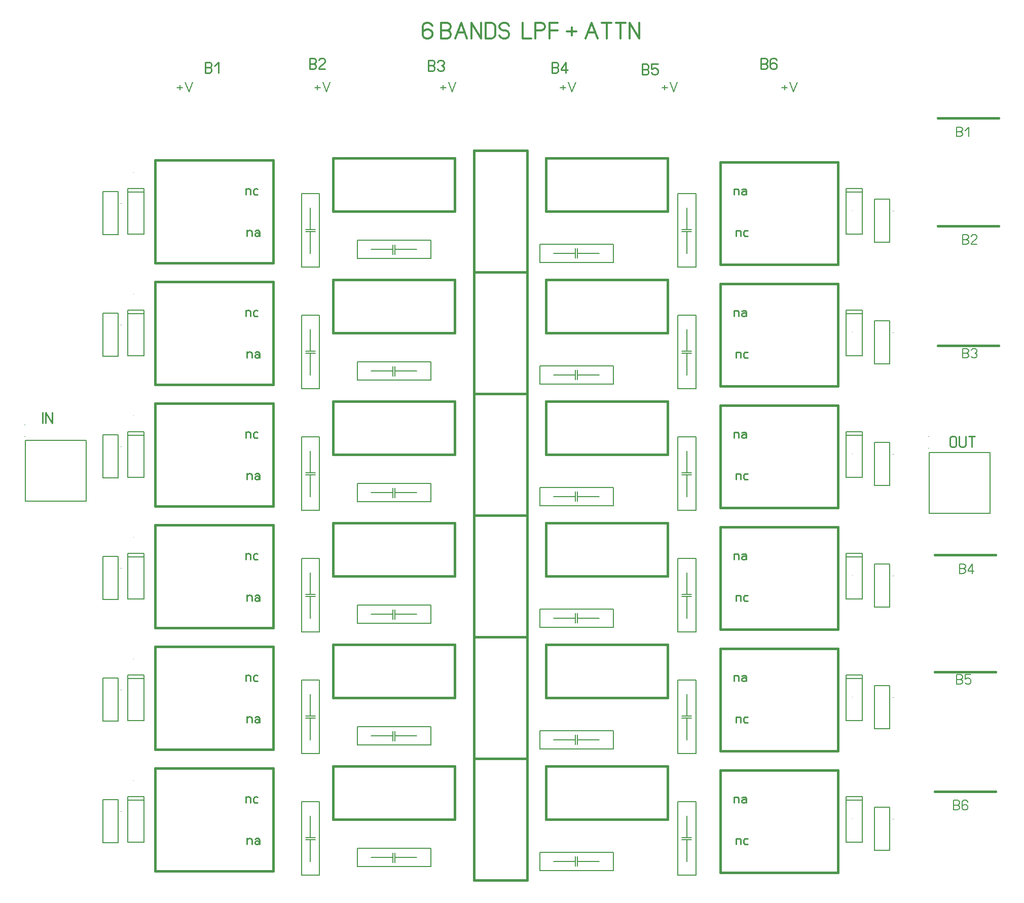
<source format=gbr>
%FSLAX34Y34*%
%MOMM*%
%LNSILK_TOP*%
G71*
G01*
%ADD10C,0.150*%
%ADD11C,0.400*%
%ADD12C,0.222*%
%ADD13C,0.167*%
%ADD14C,0.111*%
%ADD15C,0.144*%
%ADD16C,0.333*%
%ADD17C,0.200*%
%LPD*%
G54D10*
X-351850Y29450D02*
X-382050Y29450D01*
X-382050Y-92950D01*
X-351850Y-92950D01*
X-351850Y29450D01*
G54D10*
X-358950Y-30350D02*
X-374950Y-30350D01*
G54D10*
X-358950Y-33550D02*
X-374950Y-33550D01*
G54D10*
X-366950Y6150D02*
X-366950Y-30350D01*
G54D10*
X-366950Y-33550D02*
X-366950Y-70050D01*
G54D11*
X-328850Y0D02*
X-328850Y88900D01*
X-125650Y88900D01*
X-125650Y0D01*
X-328850Y0D01*
G54D10*
X-166050Y-78600D02*
X-166050Y-48400D01*
X-288450Y-48400D01*
X-288450Y-78600D01*
X-166050Y-78600D01*
G54D10*
X-225850Y-71500D02*
X-225850Y-55500D01*
G54D10*
X-229050Y-71500D02*
X-229050Y-55500D01*
G54D10*
X-189350Y-63500D02*
X-225850Y-63500D01*
G54D10*
X-229050Y-63500D02*
X-265550Y-63500D01*
G54D11*
X-93900Y101600D02*
X-5000Y101600D01*
X-5000Y-101600D01*
X-93900Y-101600D01*
X-93900Y101600D01*
G54D10*
X138750Y-84950D02*
X138750Y-54750D01*
X16350Y-54750D01*
X16350Y-84950D01*
X138750Y-84950D01*
G54D10*
X78950Y-77850D02*
X78950Y-61850D01*
G54D10*
X75750Y-77850D02*
X75750Y-61850D01*
G54D10*
X115450Y-69850D02*
X78950Y-69850D01*
G54D10*
X75750Y-69850D02*
X39250Y-69850D01*
G54D11*
X26750Y0D02*
X26750Y88900D01*
X229950Y88900D01*
X229950Y0D01*
X26750Y0D01*
G54D10*
X276800Y29450D02*
X246600Y29450D01*
X246600Y-92950D01*
X276800Y-92950D01*
X276800Y29450D01*
G54D10*
X269700Y-30350D02*
X253700Y-30350D01*
G54D10*
X269700Y-33550D02*
X253700Y-33550D01*
G54D10*
X261700Y6150D02*
X261700Y-30350D01*
G54D10*
X261700Y-33550D02*
X261700Y-70050D01*
G54D11*
X-626178Y85419D02*
X-429328Y85419D01*
X-429328Y-86031D01*
X-626178Y-86031D01*
X-626178Y85419D01*
G54D12*
X-475024Y28048D02*
X-475024Y38048D01*
G54D12*
X-475024Y35826D02*
X-473690Y37382D01*
X-471024Y38048D01*
X-468357Y37382D01*
X-467024Y35826D01*
X-467023Y28048D01*
G54D12*
X-455468Y37382D02*
X-458134Y38048D01*
X-460801Y37382D01*
X-462134Y35159D01*
X-462134Y30715D01*
X-460801Y28493D01*
X-458134Y28048D01*
X-455468Y28493D01*
G54D12*
X-472829Y-41446D02*
X-472829Y-31446D01*
G54D12*
X-472829Y-33668D02*
X-471496Y-32113D01*
X-468829Y-31446D01*
X-466162Y-32113D01*
X-464829Y-33668D01*
X-464829Y-41446D01*
G54D12*
X-459940Y-32557D02*
X-457273Y-31446D01*
X-454074Y-31446D01*
X-451940Y-33668D01*
X-451940Y-41446D01*
G54D12*
X-451940Y-38113D02*
X-453273Y-35890D01*
X-455940Y-35446D01*
X-458607Y-35890D01*
X-459940Y-38113D01*
X-459407Y-40335D01*
X-457274Y-41446D01*
X-455940Y-41446D01*
X-455407Y-41446D01*
X-453273Y-40335D01*
X-451940Y-38113D01*
G54D11*
X514438Y-89118D02*
X317588Y-89118D01*
X317588Y82332D01*
X514438Y82332D01*
X514438Y-89118D01*
G54D12*
X343772Y-41729D02*
X343772Y-31729D01*
G54D12*
X343772Y-33951D02*
X345105Y-32396D01*
X347772Y-31729D01*
X350438Y-32396D01*
X351772Y-33951D01*
X351772Y-41729D01*
G54D12*
X363327Y-32396D02*
X360661Y-31729D01*
X357994Y-32396D01*
X356661Y-34618D01*
X356660Y-39062D01*
X357994Y-41285D01*
X360661Y-41729D01*
X363327Y-41284D01*
G54D12*
X340200Y27747D02*
X340200Y37747D01*
G54D12*
X340200Y35524D02*
X341533Y37080D01*
X344200Y37747D01*
X346867Y37080D01*
X348200Y35524D01*
X348200Y27747D01*
G54D12*
X353089Y36636D02*
X355756Y37747D01*
X358956Y37747D01*
X361089Y35524D01*
X361089Y27747D01*
G54D12*
X361089Y31080D02*
X359756Y33302D01*
X357089Y33747D01*
X354422Y33302D01*
X353089Y31080D01*
X353622Y28858D01*
X355756Y27747D01*
X357089Y27747D01*
X357622Y27747D01*
X359756Y28858D01*
X361089Y31080D01*
G54D10*
X-713675Y-38703D02*
X-688275Y-38704D01*
X-688275Y32897D01*
X-713675Y32896D01*
X-713675Y-38703D01*
G54D13*
X-682884Y13952D02*
X-682884Y13952D01*
G54D10*
X-645027Y-37820D02*
X-672427Y-37820D01*
X-672427Y38380D01*
X-645027Y38380D01*
X-645027Y-37820D01*
G54D10*
X-672427Y32080D02*
X-645027Y32080D01*
G54D14*
X-662482Y65297D02*
X-662482Y65297D01*
G54D10*
X575375Y-51403D02*
X600775Y-51404D01*
X600775Y20197D01*
X575375Y20196D01*
X575375Y-51403D01*
G54D13*
X606166Y1252D02*
X606166Y1252D01*
G54D10*
X555123Y-37820D02*
X527723Y-37820D01*
X527723Y38380D01*
X555123Y38380D01*
X555123Y-37820D01*
G54D10*
X527723Y32080D02*
X555123Y32080D01*
G54D14*
X537668Y1797D02*
X537668Y1797D01*
G54D10*
X-351850Y-173750D02*
X-382050Y-173750D01*
X-382050Y-296150D01*
X-351850Y-296150D01*
X-351850Y-173750D01*
G54D10*
X-358950Y-233550D02*
X-374950Y-233550D01*
G54D10*
X-358950Y-236750D02*
X-374950Y-236750D01*
G54D10*
X-366950Y-197050D02*
X-366950Y-233550D01*
G54D10*
X-366950Y-236750D02*
X-366950Y-273250D01*
G54D11*
X-328850Y-203200D02*
X-328850Y-114300D01*
X-125650Y-114300D01*
X-125650Y-203200D01*
X-328850Y-203200D01*
G54D10*
X-166050Y-281800D02*
X-166050Y-251600D01*
X-288450Y-251600D01*
X-288450Y-281800D01*
X-166050Y-281800D01*
G54D10*
X-225850Y-274700D02*
X-225850Y-258700D01*
G54D10*
X-229050Y-274700D02*
X-229050Y-258700D01*
G54D10*
X-189350Y-266700D02*
X-225850Y-266700D01*
G54D10*
X-229050Y-266700D02*
X-265550Y-266700D01*
G54D11*
X-93900Y-101600D02*
X-5000Y-101600D01*
X-5000Y-304800D01*
X-93900Y-304800D01*
X-93900Y-101600D01*
G54D10*
X138750Y-288150D02*
X138750Y-257950D01*
X16350Y-257950D01*
X16350Y-288150D01*
X138750Y-288150D01*
G54D10*
X78950Y-281050D02*
X78950Y-265050D01*
G54D10*
X75750Y-281050D02*
X75750Y-265050D01*
G54D10*
X115450Y-273050D02*
X78950Y-273050D01*
G54D10*
X75750Y-273050D02*
X39250Y-273050D01*
G54D11*
X26750Y-203200D02*
X26750Y-114300D01*
X229950Y-114300D01*
X229950Y-203200D01*
X26750Y-203200D01*
G54D10*
X276800Y-173750D02*
X246600Y-173750D01*
X246600Y-296150D01*
X276800Y-296150D01*
X276800Y-173750D01*
G54D10*
X269700Y-233550D02*
X253700Y-233550D01*
G54D10*
X269700Y-236750D02*
X253700Y-236750D01*
G54D10*
X261700Y-197050D02*
X261700Y-233550D01*
G54D10*
X261700Y-236750D02*
X261700Y-273250D01*
G54D11*
X-626178Y-117781D02*
X-429328Y-117781D01*
X-429328Y-289231D01*
X-626178Y-289231D01*
X-626178Y-117781D01*
G54D12*
X-475024Y-175152D02*
X-475024Y-165152D01*
G54D12*
X-475024Y-167374D02*
X-473690Y-165818D01*
X-471024Y-165152D01*
X-468357Y-165818D01*
X-467024Y-167374D01*
X-467023Y-175152D01*
G54D12*
X-455468Y-165818D02*
X-458134Y-165152D01*
X-460801Y-165818D01*
X-462134Y-168041D01*
X-462134Y-172485D01*
X-460801Y-174707D01*
X-458134Y-175152D01*
X-455468Y-174707D01*
G54D12*
X-472829Y-244646D02*
X-472829Y-234646D01*
G54D12*
X-472829Y-236868D02*
X-471496Y-235313D01*
X-468829Y-234646D01*
X-466162Y-235313D01*
X-464829Y-236868D01*
X-464829Y-244646D01*
G54D12*
X-459940Y-235757D02*
X-457273Y-234646D01*
X-454074Y-234646D01*
X-451940Y-236868D01*
X-451940Y-244646D01*
G54D12*
X-451940Y-241313D02*
X-453273Y-239090D01*
X-455940Y-238646D01*
X-458607Y-239090D01*
X-459940Y-241313D01*
X-459407Y-243535D01*
X-457274Y-244646D01*
X-455940Y-244646D01*
X-455407Y-244646D01*
X-453273Y-243535D01*
X-451940Y-241313D01*
G54D11*
X514438Y-292318D02*
X317588Y-292318D01*
X317588Y-120868D01*
X514438Y-120868D01*
X514438Y-292318D01*
G54D12*
X343772Y-244929D02*
X343772Y-234929D01*
G54D12*
X343772Y-237151D02*
X345105Y-235596D01*
X347772Y-234929D01*
X350438Y-235596D01*
X351772Y-237151D01*
X351772Y-244929D01*
G54D12*
X363327Y-235596D02*
X360661Y-234929D01*
X357994Y-235596D01*
X356661Y-237818D01*
X356660Y-242262D01*
X357994Y-244485D01*
X360661Y-244929D01*
X363327Y-244484D01*
G54D12*
X340200Y-175453D02*
X340200Y-165453D01*
G54D12*
X340200Y-167676D02*
X341533Y-166120D01*
X344200Y-165453D01*
X346867Y-166120D01*
X348200Y-167676D01*
X348200Y-175453D01*
G54D12*
X353089Y-166564D02*
X355756Y-165453D01*
X358956Y-165453D01*
X361089Y-167676D01*
X361089Y-175453D01*
G54D12*
X361089Y-172120D02*
X359756Y-169898D01*
X357089Y-169453D01*
X354422Y-169898D01*
X353089Y-172120D01*
X353622Y-174342D01*
X355756Y-175453D01*
X357089Y-175453D01*
X357622Y-175453D01*
X359756Y-174342D01*
X361089Y-172120D01*
G54D10*
X-713675Y-241903D02*
X-688275Y-241904D01*
X-688275Y-170303D01*
X-713675Y-170304D01*
X-713675Y-241903D01*
G54D13*
X-682884Y-189248D02*
X-682884Y-189248D01*
G54D10*
X-645027Y-241020D02*
X-672427Y-241020D01*
X-672427Y-164820D01*
X-645027Y-164820D01*
X-645027Y-241020D01*
G54D10*
X-672427Y-171120D02*
X-645027Y-171120D01*
G54D14*
X-662482Y-137903D02*
X-662482Y-137903D01*
G54D10*
X575375Y-254603D02*
X600775Y-254604D01*
X600775Y-183003D01*
X575375Y-183004D01*
X575375Y-254603D01*
G54D13*
X606166Y-201948D02*
X606166Y-201948D01*
G54D10*
X555123Y-241020D02*
X527723Y-241020D01*
X527723Y-164820D01*
X555123Y-164820D01*
X555123Y-241020D01*
G54D10*
X527723Y-171120D02*
X555123Y-171120D01*
G54D14*
X537668Y-201403D02*
X537668Y-201403D01*
G54D10*
X-351850Y-376950D02*
X-382050Y-376950D01*
X-382050Y-499350D01*
X-351850Y-499350D01*
X-351850Y-376950D01*
G54D10*
X-358950Y-436750D02*
X-374950Y-436750D01*
G54D10*
X-358950Y-439950D02*
X-374950Y-439950D01*
G54D10*
X-366950Y-400250D02*
X-366950Y-436750D01*
G54D10*
X-366950Y-439950D02*
X-366950Y-476450D01*
G54D11*
X-328850Y-406400D02*
X-328850Y-317500D01*
X-125650Y-317500D01*
X-125650Y-406400D01*
X-328850Y-406400D01*
G54D10*
X-166050Y-485000D02*
X-166050Y-454800D01*
X-288450Y-454800D01*
X-288450Y-485000D01*
X-166050Y-485000D01*
G54D10*
X-225850Y-477900D02*
X-225850Y-461900D01*
G54D10*
X-229050Y-477900D02*
X-229050Y-461900D01*
G54D10*
X-189350Y-469900D02*
X-225850Y-469900D01*
G54D10*
X-229050Y-469900D02*
X-265550Y-469900D01*
G54D11*
X-93900Y-304800D02*
X-5000Y-304800D01*
X-5000Y-508000D01*
X-93900Y-508000D01*
X-93900Y-304800D01*
G54D10*
X138750Y-491350D02*
X138750Y-461150D01*
X16350Y-461150D01*
X16350Y-491350D01*
X138750Y-491350D01*
G54D10*
X78950Y-484250D02*
X78950Y-468250D01*
G54D10*
X75750Y-484250D02*
X75750Y-468250D01*
G54D10*
X115450Y-476250D02*
X78950Y-476250D01*
G54D10*
X75750Y-476250D02*
X39250Y-476250D01*
G54D11*
X26750Y-406400D02*
X26750Y-317500D01*
X229950Y-317500D01*
X229950Y-406400D01*
X26750Y-406400D01*
G54D10*
X276800Y-376950D02*
X246600Y-376950D01*
X246600Y-499350D01*
X276800Y-499350D01*
X276800Y-376950D01*
G54D10*
X269700Y-436750D02*
X253700Y-436750D01*
G54D10*
X269700Y-439950D02*
X253700Y-439950D01*
G54D10*
X261700Y-400250D02*
X261700Y-436750D01*
G54D10*
X261700Y-439950D02*
X261700Y-476450D01*
G54D11*
X-626178Y-320981D02*
X-429328Y-320981D01*
X-429328Y-492431D01*
X-626178Y-492431D01*
X-626178Y-320981D01*
G54D12*
X-475024Y-378352D02*
X-475024Y-368352D01*
G54D12*
X-475024Y-370574D02*
X-473690Y-369018D01*
X-471024Y-368352D01*
X-468357Y-369018D01*
X-467024Y-370574D01*
X-467023Y-378352D01*
G54D12*
X-455468Y-369018D02*
X-458134Y-368352D01*
X-460801Y-369018D01*
X-462134Y-371240D01*
X-462134Y-375685D01*
X-460801Y-377908D01*
X-458134Y-378352D01*
X-455468Y-377907D01*
G54D12*
X-472829Y-447846D02*
X-472829Y-437846D01*
G54D12*
X-472829Y-440068D02*
X-471496Y-438513D01*
X-468829Y-437846D01*
X-466162Y-438513D01*
X-464829Y-440068D01*
X-464829Y-447846D01*
G54D12*
X-459940Y-438957D02*
X-457273Y-437846D01*
X-454074Y-437846D01*
X-451940Y-440068D01*
X-451940Y-447846D01*
G54D12*
X-451940Y-444513D02*
X-453273Y-442290D01*
X-455940Y-441846D01*
X-458607Y-442290D01*
X-459940Y-444512D01*
X-459407Y-446735D01*
X-457274Y-447846D01*
X-455940Y-447846D01*
X-455407Y-447846D01*
X-453273Y-446735D01*
X-451940Y-444513D01*
G54D11*
X514438Y-495518D02*
X317588Y-495518D01*
X317588Y-324068D01*
X514438Y-324068D01*
X514438Y-495518D01*
G54D12*
X343772Y-448129D02*
X343772Y-438129D01*
G54D12*
X343772Y-440351D02*
X345105Y-438796D01*
X347772Y-438129D01*
X350438Y-438796D01*
X351772Y-440351D01*
X351772Y-448129D01*
G54D12*
X363327Y-438796D02*
X360661Y-438129D01*
X357994Y-438796D01*
X356661Y-441018D01*
X356660Y-445462D01*
X357994Y-447685D01*
X360661Y-448129D01*
X363327Y-447684D01*
G54D12*
X340200Y-378653D02*
X340200Y-368653D01*
G54D12*
X340200Y-370876D02*
X341533Y-369320D01*
X344200Y-368653D01*
X346867Y-369320D01*
X348200Y-370876D01*
X348200Y-378653D01*
G54D12*
X353089Y-369764D02*
X355756Y-368654D01*
X358956Y-368653D01*
X361089Y-370876D01*
X361089Y-378654D01*
G54D12*
X361089Y-375320D02*
X359756Y-373098D01*
X357089Y-372653D01*
X354422Y-373098D01*
X353089Y-375320D01*
X353622Y-377542D01*
X355756Y-378653D01*
X357089Y-378653D01*
X357622Y-378653D01*
X359756Y-377542D01*
X361089Y-375320D01*
G54D10*
X-713675Y-445104D02*
X-688275Y-445104D01*
X-688275Y-373504D01*
X-713675Y-373504D01*
X-713675Y-445104D01*
G54D13*
X-682884Y-392448D02*
X-682884Y-392448D01*
G54D10*
X-645027Y-444220D02*
X-672427Y-444220D01*
X-672427Y-368020D01*
X-645027Y-368020D01*
X-645027Y-444220D01*
G54D10*
X-672427Y-374320D02*
X-645027Y-374320D01*
G54D14*
X-662482Y-341103D02*
X-662482Y-341103D01*
G54D10*
X575375Y-457804D02*
X600775Y-457804D01*
X600775Y-386204D01*
X575375Y-386204D01*
X575375Y-457804D01*
G54D13*
X606166Y-405148D02*
X606166Y-405148D01*
G54D10*
X555123Y-444220D02*
X527723Y-444220D01*
X527723Y-368020D01*
X555123Y-368020D01*
X555123Y-444220D01*
G54D10*
X527723Y-374320D02*
X555123Y-374320D01*
G54D14*
X537668Y-404604D02*
X537668Y-404604D01*
G54D10*
X-351850Y-580150D02*
X-382050Y-580150D01*
X-382050Y-702550D01*
X-351850Y-702550D01*
X-351850Y-580150D01*
G54D10*
X-358950Y-639950D02*
X-374950Y-639950D01*
G54D10*
X-358950Y-643150D02*
X-374950Y-643150D01*
G54D10*
X-366950Y-603450D02*
X-366950Y-639950D01*
G54D10*
X-366950Y-643150D02*
X-366950Y-679650D01*
G54D11*
X-328850Y-609600D02*
X-328850Y-520700D01*
X-125650Y-520700D01*
X-125650Y-609600D01*
X-328850Y-609600D01*
G54D10*
X-166050Y-688200D02*
X-166050Y-658000D01*
X-288450Y-658000D01*
X-288450Y-688200D01*
X-166050Y-688200D01*
G54D10*
X-225850Y-681100D02*
X-225850Y-665100D01*
G54D10*
X-229050Y-681100D02*
X-229050Y-665100D01*
G54D10*
X-189350Y-673100D02*
X-225850Y-673100D01*
G54D10*
X-229050Y-673100D02*
X-265550Y-673100D01*
G54D11*
X-93900Y-508000D02*
X-5000Y-508000D01*
X-5000Y-711200D01*
X-93900Y-711200D01*
X-93900Y-508000D01*
G54D10*
X138750Y-694550D02*
X138750Y-664350D01*
X16350Y-664350D01*
X16350Y-694550D01*
X138750Y-694550D01*
G54D10*
X78950Y-687450D02*
X78950Y-671450D01*
G54D10*
X75750Y-687450D02*
X75750Y-671450D01*
G54D10*
X115450Y-679450D02*
X78950Y-679450D01*
G54D10*
X75750Y-679450D02*
X39250Y-679450D01*
G54D11*
X26750Y-609600D02*
X26750Y-520700D01*
X229950Y-520700D01*
X229950Y-609600D01*
X26750Y-609600D01*
G54D10*
X276800Y-580150D02*
X246600Y-580150D01*
X246600Y-702550D01*
X276800Y-702550D01*
X276800Y-580150D01*
G54D10*
X269700Y-639950D02*
X253700Y-639950D01*
G54D10*
X269700Y-643150D02*
X253700Y-643150D01*
G54D10*
X261700Y-603450D02*
X261700Y-639950D01*
G54D10*
X261700Y-643150D02*
X261700Y-679650D01*
G54D11*
X-626178Y-524181D02*
X-429328Y-524181D01*
X-429328Y-695631D01*
X-626178Y-695631D01*
X-626178Y-524181D01*
G54D12*
X-475024Y-581552D02*
X-475024Y-571552D01*
G54D12*
X-475024Y-573774D02*
X-473690Y-572218D01*
X-471024Y-571552D01*
X-468357Y-572218D01*
X-467024Y-573774D01*
X-467023Y-581552D01*
G54D12*
X-455468Y-572218D02*
X-458134Y-571552D01*
X-460801Y-572218D01*
X-462134Y-574440D01*
X-462134Y-578885D01*
X-460801Y-581108D01*
X-458134Y-581552D01*
X-455468Y-581107D01*
G54D12*
X-472829Y-651046D02*
X-472829Y-641046D01*
G54D12*
X-472829Y-643268D02*
X-471496Y-641713D01*
X-468829Y-641046D01*
X-466162Y-641713D01*
X-464829Y-643268D01*
X-464829Y-651046D01*
G54D12*
X-459940Y-642157D02*
X-457273Y-641046D01*
X-454074Y-641046D01*
X-451940Y-643268D01*
X-451940Y-651046D01*
G54D12*
X-451940Y-647713D02*
X-453273Y-645490D01*
X-455940Y-645046D01*
X-458607Y-645490D01*
X-459940Y-647712D01*
X-459407Y-649935D01*
X-457274Y-651046D01*
X-455940Y-651046D01*
X-455407Y-651046D01*
X-453273Y-649935D01*
X-451940Y-647713D01*
G54D11*
X514438Y-698718D02*
X317588Y-698718D01*
X317588Y-527268D01*
X514438Y-527268D01*
X514438Y-698718D01*
G54D12*
X343772Y-651329D02*
X343772Y-641329D01*
G54D12*
X343772Y-643551D02*
X345105Y-641996D01*
X347772Y-641329D01*
X350438Y-641996D01*
X351772Y-643551D01*
X351772Y-651329D01*
G54D12*
X363327Y-641996D02*
X360661Y-641329D01*
X357994Y-641996D01*
X356661Y-644218D01*
X356660Y-648662D01*
X357994Y-650885D01*
X360661Y-651329D01*
X363327Y-650884D01*
G54D12*
X340200Y-581853D02*
X340200Y-571853D01*
G54D12*
X340200Y-574076D02*
X341533Y-572520D01*
X344200Y-571853D01*
X346867Y-572520D01*
X348200Y-574076D01*
X348200Y-581853D01*
G54D12*
X353089Y-572964D02*
X355756Y-571854D01*
X358956Y-571853D01*
X361089Y-574076D01*
X361089Y-581854D01*
G54D12*
X361089Y-578520D02*
X359756Y-576298D01*
X357089Y-575853D01*
X354422Y-576298D01*
X353089Y-578520D01*
X353622Y-580742D01*
X355756Y-581853D01*
X357089Y-581853D01*
X357622Y-581853D01*
X359756Y-580742D01*
X361089Y-578520D01*
G54D10*
X-713675Y-648304D02*
X-688275Y-648304D01*
X-688275Y-576704D01*
X-713675Y-576704D01*
X-713675Y-648304D01*
G54D13*
X-682884Y-595648D02*
X-682884Y-595648D01*
G54D10*
X-645027Y-647420D02*
X-672427Y-647420D01*
X-672427Y-571220D01*
X-645027Y-571220D01*
X-645027Y-647420D01*
G54D10*
X-672427Y-577520D02*
X-645027Y-577520D01*
G54D14*
X-662482Y-544304D02*
X-662482Y-544304D01*
G54D10*
X575375Y-661004D02*
X600775Y-661004D01*
X600775Y-589404D01*
X575375Y-589404D01*
X575375Y-661004D01*
G54D13*
X606166Y-608348D02*
X606166Y-608348D01*
G54D10*
X555123Y-647420D02*
X527723Y-647420D01*
X527723Y-571220D01*
X555123Y-571220D01*
X555123Y-647420D01*
G54D10*
X527723Y-577520D02*
X555123Y-577520D01*
G54D14*
X537668Y-607804D02*
X537668Y-607804D01*
G54D10*
X-351850Y-783350D02*
X-382050Y-783350D01*
X-382050Y-905750D01*
X-351850Y-905750D01*
X-351850Y-783350D01*
G54D10*
X-358950Y-843150D02*
X-374950Y-843150D01*
G54D10*
X-358950Y-846350D02*
X-374950Y-846350D01*
G54D10*
X-366950Y-806650D02*
X-366950Y-843150D01*
G54D10*
X-366950Y-846350D02*
X-366950Y-882850D01*
G54D11*
X-328850Y-812800D02*
X-328850Y-723900D01*
X-125650Y-723900D01*
X-125650Y-812800D01*
X-328850Y-812800D01*
G54D10*
X-166050Y-891400D02*
X-166050Y-861200D01*
X-288450Y-861200D01*
X-288450Y-891400D01*
X-166050Y-891400D01*
G54D10*
X-225850Y-884300D02*
X-225850Y-868300D01*
G54D10*
X-229050Y-884300D02*
X-229050Y-868300D01*
G54D10*
X-189350Y-876300D02*
X-225850Y-876300D01*
G54D10*
X-229050Y-876300D02*
X-265550Y-876300D01*
G54D11*
X-93900Y-711200D02*
X-5000Y-711200D01*
X-5000Y-914400D01*
X-93900Y-914400D01*
X-93900Y-711200D01*
G54D10*
X138750Y-897750D02*
X138750Y-867550D01*
X16350Y-867550D01*
X16350Y-897750D01*
X138750Y-897750D01*
G54D10*
X78950Y-890650D02*
X78950Y-874650D01*
G54D10*
X75750Y-890650D02*
X75750Y-874650D01*
G54D10*
X115450Y-882650D02*
X78950Y-882650D01*
G54D10*
X75750Y-882650D02*
X39250Y-882650D01*
G54D11*
X26750Y-812800D02*
X26750Y-723900D01*
X229950Y-723900D01*
X229950Y-812800D01*
X26750Y-812800D01*
G54D10*
X276800Y-783350D02*
X246600Y-783350D01*
X246600Y-905750D01*
X276800Y-905750D01*
X276800Y-783350D01*
G54D10*
X269700Y-843150D02*
X253700Y-843150D01*
G54D10*
X269700Y-846350D02*
X253700Y-846350D01*
G54D10*
X261700Y-806650D02*
X261700Y-843150D01*
G54D10*
X261700Y-846350D02*
X261700Y-882850D01*
G54D11*
X-626178Y-727381D02*
X-429328Y-727381D01*
X-429328Y-898831D01*
X-626178Y-898831D01*
X-626178Y-727381D01*
G54D12*
X-475024Y-784752D02*
X-475024Y-774752D01*
G54D12*
X-475024Y-776974D02*
X-473690Y-775418D01*
X-471024Y-774752D01*
X-468357Y-775418D01*
X-467024Y-776974D01*
X-467023Y-784752D01*
G54D12*
X-455468Y-775418D02*
X-458134Y-774752D01*
X-460801Y-775418D01*
X-462134Y-777640D01*
X-462134Y-782085D01*
X-460801Y-784308D01*
X-458134Y-784752D01*
X-455468Y-784307D01*
G54D12*
X-472829Y-854246D02*
X-472829Y-844246D01*
G54D12*
X-472829Y-846468D02*
X-471496Y-844913D01*
X-468829Y-844246D01*
X-466162Y-844913D01*
X-464829Y-846468D01*
X-464829Y-854246D01*
G54D12*
X-459940Y-845357D02*
X-457273Y-844246D01*
X-454074Y-844246D01*
X-451940Y-846468D01*
X-451940Y-854246D01*
G54D12*
X-451940Y-850913D02*
X-453273Y-848690D01*
X-455940Y-848246D01*
X-458607Y-848690D01*
X-459940Y-850912D01*
X-459407Y-853135D01*
X-457274Y-854246D01*
X-455940Y-854246D01*
X-455407Y-854246D01*
X-453273Y-853135D01*
X-451940Y-850913D01*
G54D11*
X514438Y-901918D02*
X317588Y-901918D01*
X317588Y-730468D01*
X514438Y-730468D01*
X514438Y-901918D01*
G54D12*
X343772Y-854529D02*
X343772Y-844529D01*
G54D12*
X343772Y-846751D02*
X345105Y-845196D01*
X347772Y-844529D01*
X350438Y-845196D01*
X351772Y-846751D01*
X351772Y-854529D01*
G54D12*
X363327Y-845196D02*
X360661Y-844529D01*
X357994Y-845196D01*
X356661Y-847418D01*
X356660Y-851862D01*
X357994Y-854085D01*
X360661Y-854529D01*
X363327Y-854084D01*
G54D12*
X340200Y-785053D02*
X340200Y-775053D01*
G54D12*
X340200Y-777276D02*
X341533Y-775720D01*
X344200Y-775053D01*
X346867Y-775720D01*
X348200Y-777276D01*
X348200Y-785053D01*
G54D12*
X353089Y-776164D02*
X355756Y-775054D01*
X358956Y-775053D01*
X361089Y-777276D01*
X361089Y-785054D01*
G54D12*
X361089Y-781720D02*
X359756Y-779498D01*
X357089Y-779053D01*
X354422Y-779498D01*
X353089Y-781720D01*
X353622Y-783942D01*
X355756Y-785053D01*
X357089Y-785053D01*
X357622Y-785053D01*
X359756Y-783942D01*
X361089Y-781720D01*
G54D10*
X-713675Y-851504D02*
X-688275Y-851504D01*
X-688275Y-779904D01*
X-713675Y-779904D01*
X-713675Y-851504D01*
G54D13*
X-682884Y-798848D02*
X-682884Y-798848D01*
G54D10*
X-645027Y-850620D02*
X-672427Y-850620D01*
X-672427Y-774420D01*
X-645027Y-774420D01*
X-645027Y-850620D01*
G54D10*
X-672427Y-780720D02*
X-645027Y-780720D01*
G54D14*
X-662482Y-747504D02*
X-662482Y-747504D01*
G54D10*
X575375Y-864204D02*
X600775Y-864204D01*
X600775Y-792604D01*
X575375Y-792604D01*
X575375Y-864204D01*
G54D13*
X606166Y-811548D02*
X606166Y-811548D01*
G54D10*
X555123Y-850620D02*
X527723Y-850620D01*
X527723Y-774420D01*
X555123Y-774420D01*
X555123Y-850620D01*
G54D10*
X527723Y-780720D02*
X555123Y-780720D01*
G54D14*
X537668Y-811004D02*
X537668Y-811004D01*
G54D10*
X-351850Y-986550D02*
X-382050Y-986550D01*
X-382050Y-1108950D01*
X-351850Y-1108950D01*
X-351850Y-986550D01*
G54D10*
X-358950Y-1046350D02*
X-374950Y-1046350D01*
G54D10*
X-358950Y-1049550D02*
X-374950Y-1049550D01*
G54D10*
X-366950Y-1009850D02*
X-366950Y-1046350D01*
G54D10*
X-366950Y-1049550D02*
X-366950Y-1086050D01*
G54D11*
X-328850Y-1016000D02*
X-328850Y-927100D01*
X-125650Y-927100D01*
X-125650Y-1016000D01*
X-328850Y-1016000D01*
G54D10*
X-166050Y-1094600D02*
X-166050Y-1064400D01*
X-288450Y-1064400D01*
X-288450Y-1094600D01*
X-166050Y-1094600D01*
G54D10*
X-225850Y-1087500D02*
X-225850Y-1071500D01*
G54D10*
X-229050Y-1087500D02*
X-229050Y-1071500D01*
G54D10*
X-189350Y-1079500D02*
X-225850Y-1079500D01*
G54D10*
X-229050Y-1079500D02*
X-265550Y-1079500D01*
G54D11*
X-93900Y-914400D02*
X-5000Y-914400D01*
X-5000Y-1117600D01*
X-93900Y-1117600D01*
X-93900Y-914400D01*
G54D10*
X138750Y-1100950D02*
X138750Y-1070750D01*
X16350Y-1070750D01*
X16350Y-1100950D01*
X138750Y-1100950D01*
G54D10*
X78950Y-1093850D02*
X78950Y-1077850D01*
G54D10*
X75750Y-1093850D02*
X75750Y-1077850D01*
G54D10*
X115450Y-1085850D02*
X78950Y-1085850D01*
G54D10*
X75750Y-1085850D02*
X39250Y-1085850D01*
G54D11*
X26750Y-1016000D02*
X26750Y-927100D01*
X229950Y-927100D01*
X229950Y-1016000D01*
X26750Y-1016000D01*
G54D10*
X276800Y-986550D02*
X246600Y-986550D01*
X246600Y-1108950D01*
X276800Y-1108950D01*
X276800Y-986550D01*
G54D10*
X269700Y-1046350D02*
X253700Y-1046350D01*
G54D10*
X269700Y-1049550D02*
X253700Y-1049550D01*
G54D10*
X261700Y-1009850D02*
X261700Y-1046350D01*
G54D10*
X261700Y-1049550D02*
X261700Y-1086050D01*
G54D11*
X-626178Y-930581D02*
X-429328Y-930581D01*
X-429328Y-1102031D01*
X-626178Y-1102031D01*
X-626178Y-930581D01*
G54D12*
X-475024Y-987952D02*
X-475024Y-977952D01*
G54D12*
X-475024Y-980174D02*
X-473690Y-978618D01*
X-471024Y-977952D01*
X-468357Y-978618D01*
X-467024Y-980174D01*
X-467023Y-987952D01*
G54D12*
X-455468Y-978618D02*
X-458134Y-977952D01*
X-460801Y-978618D01*
X-462134Y-980840D01*
X-462134Y-985285D01*
X-460801Y-987508D01*
X-458134Y-987952D01*
X-455468Y-987507D01*
G54D12*
X-472829Y-1057446D02*
X-472829Y-1047446D01*
G54D12*
X-472829Y-1049668D02*
X-471496Y-1048113D01*
X-468829Y-1047446D01*
X-466162Y-1048113D01*
X-464829Y-1049668D01*
X-464829Y-1057446D01*
G54D12*
X-459940Y-1048557D02*
X-457273Y-1047446D01*
X-454074Y-1047446D01*
X-451940Y-1049668D01*
X-451940Y-1057446D01*
G54D12*
X-451940Y-1054113D02*
X-453273Y-1051890D01*
X-455940Y-1051446D01*
X-458607Y-1051890D01*
X-459940Y-1054112D01*
X-459407Y-1056335D01*
X-457274Y-1057446D01*
X-455940Y-1057446D01*
X-455407Y-1057446D01*
X-453273Y-1056335D01*
X-451940Y-1054113D01*
G54D11*
X514438Y-1105118D02*
X317588Y-1105118D01*
X317588Y-933668D01*
X514438Y-933668D01*
X514438Y-1105118D01*
G54D12*
X343772Y-1057729D02*
X343772Y-1047729D01*
G54D12*
X343772Y-1049951D02*
X345105Y-1048396D01*
X347772Y-1047729D01*
X350438Y-1048396D01*
X351772Y-1049951D01*
X351772Y-1057729D01*
G54D12*
X363327Y-1048396D02*
X360661Y-1047729D01*
X357994Y-1048396D01*
X356661Y-1050618D01*
X356660Y-1055062D01*
X357994Y-1057285D01*
X360661Y-1057729D01*
X363327Y-1057284D01*
G54D12*
X340200Y-988253D02*
X340200Y-978253D01*
G54D12*
X340200Y-980476D02*
X341533Y-978920D01*
X344200Y-978253D01*
X346867Y-978920D01*
X348200Y-980476D01*
X348200Y-988253D01*
G54D12*
X353089Y-979364D02*
X355756Y-978254D01*
X358956Y-978253D01*
X361089Y-980476D01*
X361089Y-988254D01*
G54D12*
X361089Y-984920D02*
X359756Y-982698D01*
X357089Y-982253D01*
X354422Y-982698D01*
X353089Y-984920D01*
X353622Y-987142D01*
X355756Y-988253D01*
X357089Y-988253D01*
X357622Y-988253D01*
X359756Y-987142D01*
X361089Y-984920D01*
G54D10*
X-713675Y-1054704D02*
X-688275Y-1054704D01*
X-688275Y-983104D01*
X-713675Y-983104D01*
X-713675Y-1054704D01*
G54D13*
X-682884Y-1002048D02*
X-682884Y-1002048D01*
G54D10*
X-645027Y-1053820D02*
X-672427Y-1053820D01*
X-672427Y-977620D01*
X-645027Y-977620D01*
X-645027Y-1053820D01*
G54D10*
X-672427Y-983920D02*
X-645027Y-983920D01*
G54D14*
X-662482Y-950704D02*
X-662482Y-950704D01*
G54D10*
X575375Y-1067404D02*
X600775Y-1067404D01*
X600775Y-995804D01*
X575375Y-995804D01*
X575375Y-1067404D01*
G54D13*
X606166Y-1014748D02*
X606166Y-1014748D01*
G54D10*
X555123Y-1053820D02*
X527723Y-1053820D01*
X527723Y-977620D01*
X555123Y-977620D01*
X555123Y-1053820D01*
G54D10*
X527723Y-983920D02*
X555123Y-983920D01*
G54D14*
X537668Y-1014204D02*
X537668Y-1014204D01*
G54D10*
X-843225Y-382612D02*
X-741625Y-382612D01*
X-741625Y-484212D01*
X-843225Y-484212D01*
X-843225Y-382612D01*
G54D15*
X-843975Y-355862D02*
X-843975Y-355862D01*
G54D15*
X-843975Y-375362D02*
X-843975Y-375362D01*
G54D12*
X-542845Y231650D02*
X-542845Y249428D01*
X-536178Y249428D01*
X-533512Y248317D01*
X-532178Y246094D01*
X-532178Y243872D01*
X-533512Y241650D01*
X-536178Y240539D01*
X-533512Y239428D01*
X-532178Y237206D01*
X-532178Y234983D01*
X-533512Y232761D01*
X-536178Y231650D01*
X-542845Y231650D01*
G54D12*
X-542845Y240539D02*
X-536178Y240539D01*
G54D12*
X-527289Y242761D02*
X-520622Y249428D01*
X-520622Y231650D01*
G54D12*
X-368538Y238000D02*
X-368538Y255778D01*
X-361871Y255778D01*
X-359204Y254667D01*
X-357871Y252444D01*
X-357871Y250222D01*
X-359204Y248000D01*
X-361871Y246889D01*
X-359204Y245778D01*
X-357871Y243556D01*
X-357871Y241333D01*
X-359204Y239111D01*
X-361871Y238000D01*
X-368538Y238000D01*
G54D12*
X-368538Y246889D02*
X-361871Y246889D01*
G54D12*
X-342315Y238000D02*
X-352982Y238000D01*
X-352982Y239111D01*
X-351648Y241333D01*
X-343648Y248000D01*
X-342315Y250222D01*
X-342315Y252444D01*
X-343648Y254667D01*
X-346315Y255778D01*
X-348982Y255778D01*
X-351648Y254667D01*
X-352982Y252444D01*
G54D12*
X-170100Y234825D02*
X-170100Y252603D01*
X-163433Y252603D01*
X-160767Y251492D01*
X-159433Y249270D01*
X-159433Y247047D01*
X-160767Y244825D01*
X-163433Y243714D01*
X-160767Y242603D01*
X-159433Y240380D01*
X-159433Y238158D01*
X-160767Y235936D01*
X-163433Y234825D01*
X-170100Y234825D01*
G54D12*
X-170100Y243714D02*
X-163433Y243714D01*
G54D12*
X-154544Y249270D02*
X-153211Y251492D01*
X-150544Y252603D01*
X-147877Y252603D01*
X-145211Y251492D01*
X-143877Y249270D01*
X-143877Y247047D01*
X-145211Y244825D01*
X-147877Y243714D01*
X-145211Y242603D01*
X-143877Y240380D01*
X-143877Y238158D01*
X-145211Y235936D01*
X-147877Y234825D01*
X-150544Y234825D01*
X-153211Y235936D01*
X-154544Y238158D01*
G54D12*
X36275Y231650D02*
X36275Y249428D01*
X42942Y249428D01*
X45608Y248317D01*
X46942Y246094D01*
X46942Y243872D01*
X45608Y241650D01*
X42942Y240539D01*
X45608Y239428D01*
X46942Y237206D01*
X46942Y234983D01*
X45608Y232761D01*
X42942Y231650D01*
X36275Y231650D01*
G54D12*
X36275Y240539D02*
X42942Y240539D01*
G54D12*
X59831Y231650D02*
X59831Y249428D01*
X51831Y238317D01*
X51831Y236094D01*
X62498Y236094D01*
G54D12*
X187088Y228475D02*
X187088Y246253D01*
X193754Y246253D01*
X196421Y245142D01*
X197754Y242920D01*
X197754Y240697D01*
X196421Y238475D01*
X193754Y237364D01*
X196421Y236253D01*
X197754Y234030D01*
X197754Y231808D01*
X196421Y229586D01*
X193754Y228475D01*
X187088Y228475D01*
G54D12*
X187088Y237364D02*
X193754Y237364D01*
G54D12*
X213310Y246253D02*
X202644Y246253D01*
X202644Y238475D01*
X203977Y238475D01*
X206644Y239586D01*
X209310Y239586D01*
X211977Y238475D01*
X213310Y236253D01*
X213310Y231808D01*
X211977Y229586D01*
X209310Y228475D01*
X206644Y228475D01*
X203977Y229586D01*
X202644Y231808D01*
G54D12*
X385525Y238000D02*
X385525Y255778D01*
X392192Y255778D01*
X394858Y254667D01*
X396192Y252444D01*
X396192Y250222D01*
X394858Y248000D01*
X392192Y246889D01*
X394858Y245778D01*
X396192Y243556D01*
X396192Y241333D01*
X394858Y239111D01*
X392192Y238000D01*
X385525Y238000D01*
G54D12*
X385525Y246889D02*
X392192Y246889D01*
G54D12*
X411748Y252444D02*
X410414Y254667D01*
X407748Y255778D01*
X405081Y255778D01*
X402414Y254667D01*
X401081Y252444D01*
X401081Y246889D01*
X401081Y245778D01*
X405081Y248000D01*
X407748Y248000D01*
X410414Y246889D01*
X411748Y244667D01*
X411748Y241333D01*
X410414Y239111D01*
X407748Y238000D01*
X405081Y238000D01*
X402414Y239111D01*
X401081Y241333D01*
X401081Y246889D01*
G54D16*
X-163625Y310442D02*
X-165625Y313775D01*
X-169625Y315442D01*
X-173625Y315442D01*
X-177625Y313775D01*
X-179625Y310442D01*
X-179625Y302108D01*
X-179625Y300442D01*
X-173625Y303775D01*
X-169625Y303775D01*
X-165625Y302108D01*
X-163625Y298775D01*
X-163625Y293775D01*
X-165625Y290442D01*
X-169625Y288775D01*
X-173625Y288775D01*
X-177625Y290442D01*
X-179625Y293775D01*
X-179625Y302108D01*
G54D16*
X-148559Y288775D02*
X-148559Y315442D01*
X-138559Y315442D01*
X-134559Y313775D01*
X-132559Y310442D01*
X-132559Y307108D01*
X-134559Y303775D01*
X-138559Y302108D01*
X-134559Y300442D01*
X-132559Y297108D01*
X-132559Y293775D01*
X-134559Y290442D01*
X-138559Y288775D01*
X-148559Y288775D01*
G54D16*
X-148559Y302108D02*
X-138559Y302108D01*
G54D16*
X-125226Y288775D02*
X-115226Y315442D01*
X-105226Y288775D01*
G54D16*
X-121226Y298775D02*
X-109226Y298775D01*
G54D16*
X-97893Y288775D02*
X-97893Y315442D01*
X-81893Y288775D01*
X-81893Y315442D01*
G54D16*
X-74560Y288775D02*
X-74560Y315442D01*
X-64560Y315442D01*
X-60560Y313775D01*
X-58560Y310442D01*
X-58560Y293775D01*
X-60560Y290442D01*
X-64560Y288775D01*
X-74560Y288775D01*
G54D16*
X-51227Y293775D02*
X-49227Y290442D01*
X-45227Y288775D01*
X-41227Y288775D01*
X-37227Y290442D01*
X-35227Y293775D01*
X-35227Y297108D01*
X-37227Y300442D01*
X-41227Y302108D01*
X-45227Y302108D01*
X-49227Y303775D01*
X-51227Y307108D01*
X-51227Y310442D01*
X-49227Y313775D01*
X-45227Y315442D01*
X-41227Y315442D01*
X-37227Y313775D01*
X-35227Y310442D01*
G54D16*
X-12428Y315442D02*
X-12428Y288775D01*
X1572Y288775D01*
G54D16*
X8905Y288775D02*
X8905Y315442D01*
X18905Y315442D01*
X22905Y313775D01*
X24905Y310442D01*
X24905Y307108D01*
X22905Y303775D01*
X18905Y302108D01*
X8905Y302108D01*
G54D16*
X32238Y288775D02*
X32238Y315442D01*
X46238Y315442D01*
G54D16*
X32238Y302108D02*
X46238Y302108D01*
G54D16*
X61304Y300442D02*
X77304Y300442D01*
G54D16*
X69304Y307108D02*
X69304Y293775D01*
G54D16*
X92370Y288775D02*
X102370Y315442D01*
X112370Y288775D01*
G54D16*
X96370Y298775D02*
X108370Y298775D01*
G54D16*
X127703Y288775D02*
X127703Y315442D01*
G54D16*
X119703Y315442D02*
X135703Y315442D01*
G54D16*
X151036Y288775D02*
X151036Y315442D01*
G54D16*
X143036Y315442D02*
X159036Y315442D01*
G54D16*
X166369Y288775D02*
X166369Y315442D01*
X182369Y288775D01*
X182369Y315442D01*
G54D12*
X-813890Y-353373D02*
X-813890Y-335595D01*
G54D12*
X-809001Y-353373D02*
X-809001Y-335595D01*
X-798334Y-353373D01*
X-798334Y-335595D01*
G54D12*
X711777Y-378928D02*
X711777Y-390040D01*
X710443Y-392262D01*
X707777Y-393373D01*
X705110Y-393373D01*
X702443Y-392262D01*
X701110Y-390040D01*
X701110Y-378928D01*
X702443Y-376706D01*
X705110Y-375595D01*
X707777Y-375595D01*
X710443Y-376706D01*
X711777Y-378928D01*
G54D12*
X716666Y-375595D02*
X716666Y-390040D01*
X717999Y-392262D01*
X720666Y-393373D01*
X723333Y-393373D01*
X725999Y-392262D01*
X727333Y-390040D01*
X727333Y-375595D01*
G54D12*
X737555Y-393373D02*
X737555Y-375595D01*
G54D12*
X732222Y-375595D02*
X742889Y-375595D01*
G54D17*
X712550Y125100D02*
X712550Y141100D01*
X718550Y141100D01*
X720950Y140100D01*
X722150Y138100D01*
X722150Y136100D01*
X720950Y134100D01*
X718550Y133100D01*
X720950Y132100D01*
X722150Y130100D01*
X722150Y128100D01*
X720950Y126100D01*
X718550Y125100D01*
X712550Y125100D01*
G54D17*
X712550Y133100D02*
X718550Y133100D01*
G54D17*
X726550Y135100D02*
X732550Y141100D01*
X732550Y125100D01*
G54D11*
X680800Y155900D02*
X782400Y155900D01*
G54D17*
X722550Y-54900D02*
X722550Y-38900D01*
X728550Y-38900D01*
X730950Y-39900D01*
X732150Y-41900D01*
X732150Y-43900D01*
X730950Y-45900D01*
X728550Y-46900D01*
X730950Y-47900D01*
X732150Y-49900D01*
X732150Y-51900D01*
X730950Y-53900D01*
X728550Y-54900D01*
X722550Y-54900D01*
G54D17*
X722550Y-46900D02*
X728550Y-46900D01*
G54D17*
X746150Y-54900D02*
X736550Y-54900D01*
X736550Y-53900D01*
X737750Y-51900D01*
X744950Y-45900D01*
X746150Y-43900D01*
X746150Y-41900D01*
X744950Y-39900D01*
X742550Y-38900D01*
X740150Y-38900D01*
X737750Y-39900D01*
X736550Y-41900D01*
G54D11*
X680800Y-24100D02*
X782400Y-24100D01*
G54D17*
X722550Y-244900D02*
X722550Y-228900D01*
X728550Y-228900D01*
X730950Y-229900D01*
X732150Y-231900D01*
X732150Y-233900D01*
X730950Y-235900D01*
X728550Y-236900D01*
X730950Y-237900D01*
X732150Y-239900D01*
X732150Y-241900D01*
X730950Y-243900D01*
X728550Y-244900D01*
X722550Y-244900D01*
G54D17*
X722550Y-236900D02*
X728550Y-236900D01*
G54D17*
X736550Y-231900D02*
X737750Y-229900D01*
X740150Y-228900D01*
X742550Y-228900D01*
X744950Y-229900D01*
X746150Y-231900D01*
X746150Y-233900D01*
X744950Y-235900D01*
X742550Y-236900D01*
X744950Y-237900D01*
X746150Y-239900D01*
X746150Y-241900D01*
X744950Y-243900D01*
X742550Y-244900D01*
X740150Y-244900D01*
X737750Y-243900D01*
X736550Y-241900D01*
G54D11*
X680800Y-224100D02*
X782400Y-224100D01*
G54D17*
X717550Y-604900D02*
X717550Y-588900D01*
X723550Y-588900D01*
X725950Y-589900D01*
X727150Y-591900D01*
X727150Y-593900D01*
X725950Y-595900D01*
X723550Y-596900D01*
X725950Y-597900D01*
X727150Y-599900D01*
X727150Y-601900D01*
X725950Y-603900D01*
X723550Y-604900D01*
X717550Y-604900D01*
G54D17*
X717550Y-596900D02*
X723550Y-596900D01*
G54D17*
X738750Y-604900D02*
X738750Y-588900D01*
X731550Y-598900D01*
X731550Y-600900D01*
X741150Y-600900D01*
G54D11*
X675800Y-574100D02*
X777400Y-574100D01*
G54D17*
X712550Y-789900D02*
X712550Y-773900D01*
X718550Y-773900D01*
X720950Y-774900D01*
X722150Y-776900D01*
X722150Y-778900D01*
X720950Y-780900D01*
X718550Y-781900D01*
X720950Y-782900D01*
X722150Y-784900D01*
X722150Y-786900D01*
X720950Y-788900D01*
X718550Y-789900D01*
X712550Y-789900D01*
G54D17*
X712550Y-781900D02*
X718550Y-781900D01*
G54D17*
X736150Y-773900D02*
X726550Y-773900D01*
X726550Y-780900D01*
X727750Y-780900D01*
X730150Y-779900D01*
X732550Y-779900D01*
X734950Y-780900D01*
X736150Y-782900D01*
X736150Y-786900D01*
X734950Y-788900D01*
X732550Y-789900D01*
X730150Y-789900D01*
X727750Y-788900D01*
X726550Y-786900D01*
G54D11*
X675800Y-769100D02*
X777400Y-769100D01*
G54D17*
X707550Y-999900D02*
X707550Y-983900D01*
X713550Y-983900D01*
X715950Y-984900D01*
X717150Y-986900D01*
X717150Y-988900D01*
X715950Y-990900D01*
X713550Y-991900D01*
X715950Y-992900D01*
X717150Y-994900D01*
X717150Y-996900D01*
X715950Y-998900D01*
X713550Y-999900D01*
X707550Y-999900D01*
G54D17*
X707550Y-991900D02*
X713550Y-991900D01*
G54D17*
X731150Y-986900D02*
X729950Y-984900D01*
X727550Y-983900D01*
X725150Y-983900D01*
X722750Y-984900D01*
X721550Y-986900D01*
X721550Y-991900D01*
X721550Y-992900D01*
X725150Y-990900D01*
X727550Y-990900D01*
X729950Y-991900D01*
X731150Y-993900D01*
X731150Y-996900D01*
X729950Y-998900D01*
X727550Y-999900D01*
X725150Y-999900D01*
X722750Y-998900D01*
X721550Y-996900D01*
X721550Y-991900D01*
G54D11*
X675800Y-969100D02*
X777400Y-969100D01*
G54D10*
X666775Y-402612D02*
X768375Y-402612D01*
X768375Y-504212D01*
X666775Y-504212D01*
X666775Y-402612D01*
G54D15*
X666025Y-375862D02*
X666025Y-375862D01*
G54D15*
X666025Y-395362D02*
X666025Y-395362D01*
G54D17*
X-590000Y207000D02*
X-580400Y207000D01*
G54D17*
X-585200Y211000D02*
X-585200Y203000D01*
G54D17*
X-576000Y216000D02*
X-570000Y200000D01*
X-564000Y216000D01*
G54D17*
X-360000Y207000D02*
X-350400Y207000D01*
G54D17*
X-355200Y211000D02*
X-355200Y203000D01*
G54D17*
X-346000Y216000D02*
X-340000Y200000D01*
X-334000Y216000D01*
G54D17*
X-150000Y207000D02*
X-140400Y207000D01*
G54D17*
X-145200Y211000D02*
X-145200Y203000D01*
G54D17*
X-136000Y216000D02*
X-130000Y200000D01*
X-124000Y216000D01*
G54D17*
X50000Y207000D02*
X59600Y207000D01*
G54D17*
X54800Y211000D02*
X54800Y203000D01*
G54D17*
X64000Y216000D02*
X70000Y200000D01*
X76000Y216000D01*
G54D17*
X220000Y207000D02*
X229600Y207000D01*
G54D17*
X224800Y211000D02*
X224800Y203000D01*
G54D17*
X234000Y216000D02*
X240000Y200000D01*
X246000Y216000D01*
G54D17*
X420000Y207000D02*
X429600Y207000D01*
G54D17*
X424800Y211000D02*
X424800Y203000D01*
G54D17*
X434000Y216000D02*
X440000Y200000D01*
X446000Y216000D01*
M02*

</source>
